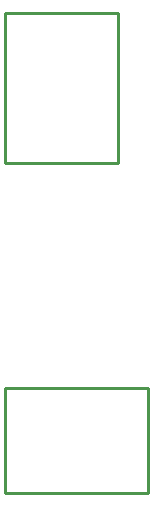
<source format=gbo>
G04 DipTrace 4.3.0.2*
G04 BottomSilk.gbr*
%MOIN*%
G04 #@! TF.FileFunction,Legend,Bot*
G04 #@! TF.Part,Single*
%ADD10C,0.01*%
%FSLAX26Y26*%
G04*
G70*
G90*
G75*
G01*
G04 BotSilk*
%LPD*%
X25000Y1750000D2*
D10*
X400000D1*
Y1250000D1*
X25000D1*
Y1750000D1*
Y500000D2*
X500000D1*
Y150000D1*
X25000D1*
Y500000D1*
M02*

</source>
